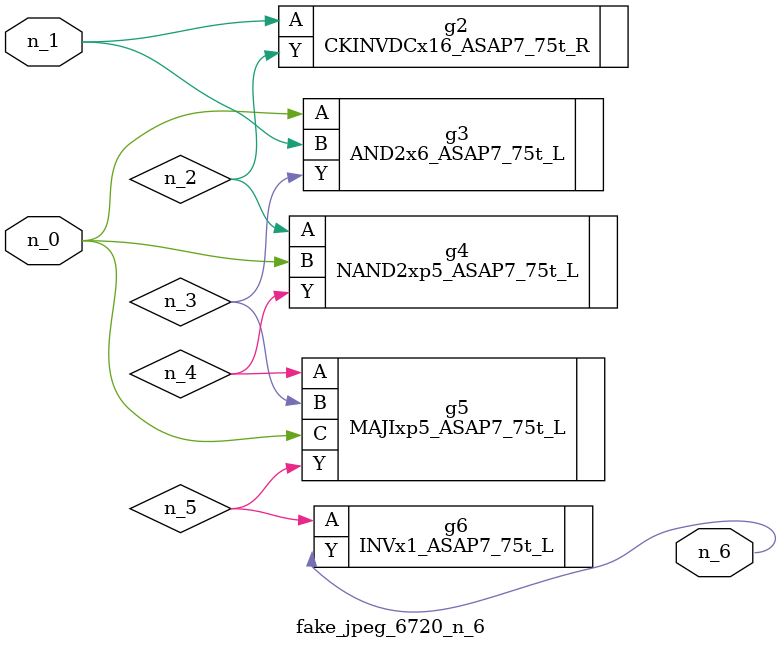
<source format=v>
module fake_jpeg_6720_n_6 (n_0, n_1, n_6);

input n_0;
input n_1;

output n_6;

wire n_3;
wire n_2;
wire n_4;
wire n_5;

CKINVDCx16_ASAP7_75t_R g2 ( 
.A(n_1),
.Y(n_2)
);

AND2x6_ASAP7_75t_L g3 ( 
.A(n_0),
.B(n_1),
.Y(n_3)
);

NAND2xp5_ASAP7_75t_L g4 ( 
.A(n_2),
.B(n_0),
.Y(n_4)
);

MAJIxp5_ASAP7_75t_L g5 ( 
.A(n_4),
.B(n_3),
.C(n_0),
.Y(n_5)
);

INVx1_ASAP7_75t_L g6 ( 
.A(n_5),
.Y(n_6)
);


endmodule
</source>
